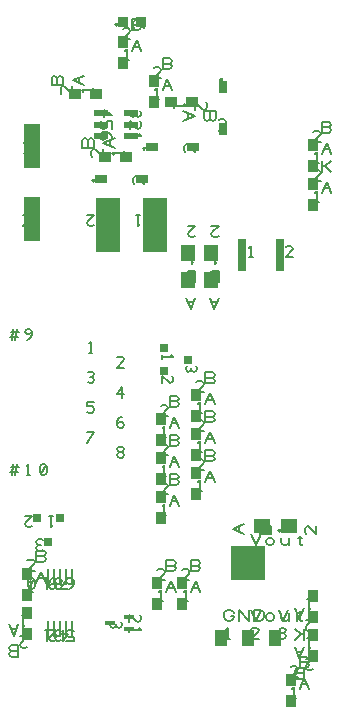
<source format=gbr>
G04 DesignSpark PCB PRO Gerber Version 10.0 Build 5299*
G04 #@! TF.Part,Single*
G04 #@! TF.FileFunction,Paste,Top*
G04 #@! TF.FilePolarity,Positive*
%FSLAX35Y35*%
%MOIN*%
G04 #@! TA.AperFunction,SMDPad,CuDef*
%ADD148R,0.01063X0.05394*%
%ADD159R,0.03386X0.01417*%
%ADD111R,0.02835X0.04213*%
%ADD155R,0.03118X0.10717*%
%ADD114R,0.03543X0.03898*%
%ADD156R,0.04252X0.05827*%
%ADD109R,0.04950X0.05450*%
%ADD152R,0.05669X0.15118*%
%ADD154R,0.07972X0.18012*%
%ADD157R,0.11693X0.11693*%
%ADD118R,0.03012X0.03012*%
%ADD119R,0.03366X0.03366*%
G04 #@! TD.AperFunction*
%ADD28C,0.00500*%
G04 #@! TA.AperFunction,SMDPad,CuDef*
%ADD149R,0.04685X0.02126*%
%ADD153R,0.04213X0.02835*%
%ADD112R,0.03898X0.03543*%
%ADD158R,0.05450X0.04950*%
G04 #@! TD.AperFunction*
X0Y0D02*
D02*
D28*
X32958Y113148D02*
X33583Y116898D01*
X34833D02*
X34208Y113148D01*
X35145Y114086D02*
X32333D01*
X32645Y115961D02*
X35458D01*
X37958Y113148D02*
X39208D01*
X38583D02*
Y116898D01*
X37958Y116273D01*
X42645Y113461D02*
X43270Y113148D01*
X43895D01*
X44520Y113461D01*
X44833Y114086D01*
Y115961D01*
X44520Y116586D01*
X43895Y116898D01*
X43270D01*
X42645Y116586D01*
X42333Y115961D01*
Y114086D01*
X42645Y113461D01*
X44520Y116586D01*
X32958Y158156D02*
X33583Y161906D01*
X34833D02*
X34208Y158156D01*
X35145Y159094D02*
X32333D01*
X32645Y160969D02*
X35458D01*
X38270Y158156D02*
X38895Y158469D01*
X39520Y159094D01*
X39833Y160031D01*
Y160969D01*
X39520Y161594D01*
X38895Y161906D01*
X38270D01*
X37645Y161594D01*
X37333Y160969D01*
X37645Y160344D01*
X38270Y160031D01*
X38895D01*
X39520Y160344D01*
X39833Y160969D01*
X33002Y54467D02*
X32376Y54780D01*
X32064Y55404D01*
X32376Y56030D01*
X33002Y56342D01*
X35189D01*
Y52592D01*
X33002D01*
X32376Y52904D01*
X32064Y53530D01*
X32376Y54154D01*
X33002Y54467D01*
X35189D01*
Y63342D02*
X33626Y59592D01*
X32064Y63342D01*
X34564Y61780D02*
X32689D01*
X39114Y196213D02*
X36614D01*
X38802Y198401D01*
X39114Y199026D01*
X38802Y199651D01*
X38177Y199963D01*
X37239D01*
X36614Y199651D01*
X37239Y220622D02*
X38489D01*
X37864D02*
Y224372D01*
X37239Y223748D01*
X35689Y59342D02*
X38189D01*
X36002Y57154D01*
X35689Y56530D01*
X36002Y55904D01*
X36626Y55592D01*
X37564D01*
X38189Y55904D01*
X37564Y66342D02*
X36314D01*
X36939D02*
Y62592D01*
X37564Y63217D01*
X38814Y74209D02*
X40064D01*
X39439D02*
Y77959D01*
X38814Y77334D01*
X40689Y81209D02*
X38189D01*
X40376Y83397D01*
X40689Y84022D01*
X40376Y84647D01*
X39752Y84959D01*
X38814D01*
X38189Y84647D01*
X37362Y99555D02*
X39862D01*
X37675Y97367D01*
X37362Y96742D01*
X37675Y96117D01*
X38300Y95805D01*
X39237D01*
X39862Y96117D01*
X41189Y77209D02*
X42752Y80959D01*
X44314Y77209D01*
X41814Y78772D02*
X43689D01*
X43376Y86084D02*
X44002Y85772D01*
X44314Y85147D01*
X44002Y84522D01*
X43376Y84209D01*
X41189D01*
Y87959D01*
X43376D01*
X44002Y87647D01*
X44314Y87022D01*
X44002Y86397D01*
X43376Y86084D01*
X41189D01*
X43290Y91368D02*
X42665Y91681D01*
X42040D01*
X41415Y91368D01*
X41102Y90743D01*
X41415Y90118D01*
X42040Y89806D01*
X42665D01*
X42040D02*
X41415Y89493D01*
X41102Y88868D01*
X41415Y88243D01*
X42040Y87931D01*
X42665D01*
X43290Y88243D01*
X45241Y61464D02*
X43991D01*
X44616D02*
Y57714D01*
X45241Y58339D01*
Y78787D02*
X43991D01*
X44616D02*
Y75037D01*
X45241Y75662D01*
X40554Y78474D02*
X39929Y78787D01*
X39304D01*
X38679Y78474D01*
X38366Y77849D01*
Y75974D01*
X38679Y75349D01*
X39304Y75037D01*
X39929D01*
X40554Y75349D01*
X40866Y75974D01*
Y77849D01*
X40554Y78474D01*
X38679Y75349D01*
X46717Y99555D02*
X45467D01*
X46093D02*
Y95805D01*
X46717Y96430D01*
X45335Y61464D02*
X47835D01*
X45647Y59276D01*
X45335Y58652D01*
X45647Y58026D01*
X46272Y57714D01*
X47209D01*
X47835Y58026D01*
X46897Y78787D02*
X46272Y78474D01*
X45647Y77849D01*
X45335Y76912D01*
Y75974D01*
X45647Y75349D01*
X46272Y75037D01*
X46897D01*
X47522Y75349D01*
X47835Y75974D01*
X47522Y76599D01*
X46897Y76912D01*
X46272D01*
X45647Y76599D01*
X45335Y75974D01*
X49491Y61152D02*
X48866Y61464D01*
X48241D01*
X47616Y61152D01*
X47303Y60526D01*
X47616Y59902D01*
X48241Y59589D01*
X48866D01*
X48241D02*
X47616Y59276D01*
X47303Y58652D01*
X47616Y58026D01*
X48241Y57714D01*
X48866D01*
X49491Y58026D01*
X48866Y76912D02*
X48241D01*
X47616Y76599D01*
X47303Y75974D01*
X47616Y75349D01*
X48241Y75037D01*
X48866D01*
X49491Y75349D01*
X49803Y75974D01*
X49491Y76599D01*
X48866Y76912D01*
X49491Y77224D01*
X49803Y77849D01*
X49491Y78474D01*
X48866Y78787D01*
X48241D01*
X47616Y78474D01*
X47303Y77849D01*
X47616Y77224D01*
X48241Y76912D01*
X48168Y245345D02*
X48480Y245970D01*
X49105Y246283D01*
X49730Y245970D01*
X50043Y245345D01*
Y243157D01*
X46293D01*
Y245345D01*
X46605Y245970D01*
X47230Y246283D01*
X47855Y245970D01*
X48168Y245345D01*
Y243157D01*
X50209Y61464D02*
Y57714D01*
X51772Y60214D01*
X49272D01*
X51772Y78787D02*
X49272Y75037D01*
X51772D01*
X53740Y61152D02*
X53115Y61464D01*
X52178D01*
X51553Y61152D01*
X51240Y60526D01*
Y60214D01*
X51553Y59589D01*
X52178Y59276D01*
X53740D01*
Y57714D01*
X51240D01*
X53740Y77849D02*
X53428Y77224D01*
X52803Y76912D01*
X52178D01*
X51553Y77224D01*
X51240Y77849D01*
X51553Y78474D01*
X52178Y78787D01*
X52803D01*
X53428Y78474D01*
X53740Y77849D01*
Y76912D01*
X53428Y75974D01*
X52803Y75349D01*
X52178Y75037D01*
X53043Y242657D02*
Y240157D01*
X50855Y242345D01*
X50230Y242657D01*
X49605Y242345D01*
X49293Y241720D01*
Y240783D01*
X49605Y240157D01*
X57043Y243157D02*
X53293Y244720D01*
X57043Y246283D01*
X55480Y243783D02*
Y245657D01*
X58065Y123884D02*
X60565Y127634D01*
X58065D01*
Y134197D02*
X58690Y133884D01*
X59628D01*
X60252Y134197D01*
X60565Y134822D01*
Y135134D01*
X60252Y135759D01*
X59628Y136072D01*
X58065D01*
Y137634D01*
X60565D01*
X58378Y144197D02*
X59002Y143884D01*
X59628D01*
X60252Y144197D01*
X60565Y144822D01*
X60252Y145447D01*
X59628Y145759D01*
X59002D01*
X59628D02*
X60252Y146072D01*
X60565Y146697D01*
X60252Y147322D01*
X59628Y147634D01*
X59002D01*
X58378Y147322D01*
X58690Y153884D02*
X59940D01*
X59315D02*
Y157634D01*
X58690Y157009D01*
X58031Y199948D02*
X60531D01*
X58344Y197761D01*
X58031Y197136D01*
X58344Y196511D01*
X58969Y196198D01*
X59906D01*
X60531Y196511D01*
X60043Y240783D02*
Y242033D01*
Y241407D02*
X56293D01*
X56918Y240783D01*
X58404Y224479D02*
X58717Y225104D01*
X59341Y225417D01*
X59967Y225104D01*
X60279Y224479D01*
Y222291D01*
X56529D01*
Y224479D01*
X56841Y225104D01*
X57467Y225417D01*
X58091Y225104D01*
X58404Y224479D01*
Y222291D01*
X63489Y227362D02*
X64114Y227050D01*
X64427Y226425D01*
Y225800D01*
X64114Y225175D01*
X63489Y224862D01*
X62864Y225175D01*
X62552Y225800D01*
Y226425D01*
X62864Y227050D01*
X63489Y227362D01*
X64427D01*
X65364Y227050D01*
X65989Y226425D01*
X66302Y225800D01*
X62864Y231102D02*
X62552Y230477D01*
Y229540D01*
X62864Y228915D01*
X63489Y228602D01*
X63802D01*
X64427Y228915D01*
X64739Y229540D01*
Y231102D01*
X66302D01*
Y228602D01*
X62552Y233280D02*
X66302D01*
X63802Y234843D01*
Y232343D01*
X63279Y221791D02*
Y219291D01*
X61091Y221479D01*
X60467Y221791D01*
X59841Y221479D01*
X59529Y220854D01*
Y219917D01*
X59841Y219291D01*
X63433Y210861D02*
Y212111D01*
Y211486D02*
X59683D01*
X60307Y210861D01*
X66211Y64254D02*
X65898Y63630D01*
Y63004D01*
X66211Y62380D01*
X66836Y62067D01*
X67461Y62380D01*
X67773Y63004D01*
Y63630D01*
Y63004D02*
X68086Y62380D01*
X68711Y62067D01*
X69336Y62380D01*
X69648Y63004D01*
Y63630D01*
X69336Y64254D01*
X69002Y120759D02*
X69628D01*
X70252Y121072D01*
X70565Y121697D01*
X70252Y122322D01*
X69628Y122634D01*
X69002D01*
X68378Y122322D01*
X68065Y121697D01*
X68378Y121072D01*
X69002Y120759D01*
X68378Y120447D01*
X68065Y119822D01*
X68378Y119197D01*
X69002Y118884D01*
X69628D01*
X70252Y119197D01*
X70565Y119822D01*
X70252Y120447D01*
X69628Y120759D01*
X68065Y129822D02*
X68378Y130447D01*
X69002Y130759D01*
X69628D01*
X70252Y130447D01*
X70565Y129822D01*
X70252Y129197D01*
X69628Y128884D01*
X69002D01*
X68378Y129197D01*
X68065Y129822D01*
Y130759D01*
X68378Y131697D01*
X69002Y132322D01*
X69628Y132634D01*
Y138884D02*
Y142634D01*
X68065Y140134D01*
X70565D01*
Y148884D02*
X68065D01*
X70252Y151072D01*
X70565Y151697D01*
X70252Y152322D01*
X69628Y152634D01*
X68690D01*
X68065Y152322D01*
X67279Y222291D02*
X63529Y223854D01*
X67279Y225417D01*
X65717Y222917D02*
Y224791D01*
X70704Y251374D02*
X71954D01*
X71329D02*
Y255124D01*
X70704Y254500D01*
X72579Y258374D02*
X70079D01*
X72266Y260562D01*
X72579Y261187D01*
X72266Y261812D01*
X71641Y262124D01*
X70704D01*
X70079Y261812D01*
X70279Y219917D02*
Y221167D01*
Y220541D02*
X66529D01*
X67154Y219917D01*
X72197Y61973D02*
Y60723D01*
Y61348D02*
X75947D01*
X75322Y61973D01*
X72197Y64035D02*
Y66535D01*
X74385Y64348D01*
X75010Y64035D01*
X75635Y64348D01*
X75947Y64973D01*
Y65910D01*
X75635Y66535D01*
X72394Y226737D02*
Y225487D01*
Y226112D02*
X76144D01*
X75519Y226737D01*
X72394Y228602D02*
Y231102D01*
X74582Y228915D01*
X75207Y228602D01*
X75832Y228915D01*
X76144Y229540D01*
Y230477D01*
X75832Y231102D01*
X72707Y234530D02*
X72394Y233905D01*
Y233280D01*
X72707Y232655D01*
X73332Y232343D01*
X73957Y232655D01*
X74269Y233280D01*
Y233905D01*
Y233280D02*
X74582Y232655D01*
X75207Y232343D01*
X75832Y232655D01*
X76144Y233280D01*
Y233905D01*
X75832Y234530D01*
X71208Y262928D02*
Y264178D01*
Y263553D02*
X67458D01*
X68083Y262928D01*
X73079Y254374D02*
X74641Y258124D01*
X76204Y254374D01*
X73704Y255937D02*
X75579D01*
X75266Y263250D02*
X75891Y262937D01*
X76204Y262312D01*
X75891Y261687D01*
X75266Y261374D01*
X73079D01*
Y265124D01*
X75266D01*
X75891Y264812D01*
X76204Y264187D01*
X75891Y263562D01*
X75266Y263250D01*
X73079D01*
X75654Y199948D02*
X74404D01*
X75030D02*
Y196198D01*
X75654Y196823D01*
X77114Y264803D02*
Y262303D01*
X74926Y264491D01*
X74301Y264803D01*
X73676Y264491D01*
X73364Y263866D01*
Y262928D01*
X73676Y262303D01*
X77212Y212736D02*
Y210236D01*
X75024Y212424D01*
X74400Y212736D01*
X73774Y212424D01*
X73462Y211799D01*
Y210861D01*
X73774Y210236D01*
X80940Y238382D02*
X82190D01*
X81565D02*
Y242132D01*
X80940Y241507D01*
X82815Y245382D02*
X80315D01*
X82502Y247570D01*
X82815Y248195D01*
X82502Y248820D01*
X81878Y249132D01*
X80940D01*
X80315Y248820D01*
X80362Y221491D02*
Y222741D01*
Y222116D02*
X76612D01*
X77237Y221491D01*
X82121Y71059D02*
X83371D01*
X82746D02*
Y74809D01*
X82121Y74185D01*
X83996Y78059D02*
X81496D01*
X83683Y80247D01*
X83996Y80872D01*
X83683Y81497D01*
X83059Y81809D01*
X82121D01*
X81496Y81497D01*
X83122Y143661D02*
Y146161D01*
X85310Y143974D01*
X85935Y143661D01*
X86560Y143974D01*
X86872Y144599D01*
Y145536D01*
X86560Y146161D01*
X83122Y153017D02*
Y151767D01*
Y152392D02*
X86872D01*
X86248Y153017D01*
X83302Y99800D02*
X84552D01*
X83927D02*
Y103550D01*
X83302Y102925D01*
X85177Y106800D02*
X82677D01*
X84865Y108987D01*
X85177Y109612D01*
X84865Y110237D01*
X84240Y110550D01*
X83302D01*
X82677Y110237D01*
X83302Y112792D02*
X84552D01*
X83927D02*
Y116542D01*
X83302Y115917D01*
X85177Y119792D02*
X82677D01*
X84865Y121980D01*
X85177Y122604D01*
X84865Y123230D01*
X84240Y123542D01*
X83302D01*
X82677Y123230D01*
X83302Y125784D02*
X84552D01*
X83927D02*
Y129534D01*
X83302Y128909D01*
X85177Y132784D02*
X82677D01*
X84865Y134972D01*
X85177Y135596D01*
X84865Y136222D01*
X84240Y136534D01*
X83302D01*
X82677Y136222D01*
X83315Y241382D02*
X84878Y245132D01*
X86440Y241382D01*
X83940Y242945D02*
X85815D01*
X85502Y250257D02*
X86128Y249945D01*
X86440Y249320D01*
X86128Y248695D01*
X85502Y248382D01*
X83315D01*
Y252132D01*
X85502D01*
X86128Y251820D01*
X86440Y251195D01*
X86128Y250570D01*
X85502Y250257D01*
X83315D01*
X84496Y74059D02*
X86059Y77809D01*
X87621Y74059D01*
X85121Y75622D02*
X86996D01*
X86683Y82935D02*
X87309Y82622D01*
X87621Y81997D01*
X87309Y81372D01*
X86683Y81059D01*
X84496D01*
Y84809D01*
X86683D01*
X87309Y84497D01*
X87621Y83872D01*
X87309Y83247D01*
X86683Y82935D01*
X84496D01*
X85677Y102800D02*
X87240Y106550D01*
X88802Y102800D01*
X86302Y104362D02*
X88177D01*
X87865Y111675D02*
X88490Y111362D01*
X88802Y110737D01*
X88490Y110112D01*
X87865Y109800D01*
X85677D01*
Y113550D01*
X87865D01*
X88490Y113237D01*
X88802Y112612D01*
X88490Y111987D01*
X87865Y111675D01*
X85677D01*
Y115792D02*
X87240Y119542D01*
X88802Y115792D01*
X86302Y117354D02*
X88177D01*
X87865Y124667D02*
X88490Y124354D01*
X88802Y123730D01*
X88490Y123104D01*
X87865Y122792D01*
X85677D01*
Y126542D01*
X87865D01*
X88490Y126230D01*
X88802Y125604D01*
X88490Y124980D01*
X87865Y124667D01*
X85677D01*
Y128784D02*
X87240Y132534D01*
X88802Y128784D01*
X86302Y130346D02*
X88177D01*
X87865Y137659D02*
X88490Y137346D01*
X88802Y136722D01*
X88490Y136096D01*
X87865Y135784D01*
X85677D01*
Y139534D01*
X87865D01*
X88490Y139222D01*
X88802Y138596D01*
X88490Y137972D01*
X87865Y137659D01*
X85677D01*
X87201Y236776D02*
Y235526D01*
Y236152D02*
X90951D01*
X90326Y236776D01*
X90201Y234402D02*
X93951Y232839D01*
X90201Y231276D01*
X91764Y233776D02*
Y231902D01*
X90389Y71059D02*
X91639D01*
X91014D02*
Y74809D01*
X90389Y74185D01*
X92264Y78059D02*
X89764D01*
X91951Y80247D01*
X92264Y80872D01*
X91951Y81497D01*
X91326Y81809D01*
X90389D01*
X89764Y81497D01*
X91309Y149589D02*
X90996Y148964D01*
Y148339D01*
X91309Y147714D01*
X91934Y147402D01*
X92559Y147714D01*
X92872Y148339D01*
Y148964D01*
Y148339D02*
X93184Y147714D01*
X93809Y147402D01*
X94434Y147714D01*
X94746Y148339D01*
Y148964D01*
X94434Y149589D01*
X92764Y74059D02*
X94326Y77809D01*
X95889Y74059D01*
X93389Y75622D02*
X95264D01*
X94951Y82935D02*
X95576Y82622D01*
X95889Y81997D01*
X95576Y81372D01*
X94951Y81059D01*
X92764D01*
Y84809D01*
X94951D01*
X95576Y84497D01*
X95889Y83872D01*
X95576Y83247D01*
X94951Y82935D01*
X92764D01*
X94201Y234902D02*
Y237402D01*
X96389Y235214D01*
X97014Y234902D01*
X97639Y235214D01*
X97951Y235839D01*
Y236776D01*
X97639Y237402D01*
X94232Y172240D02*
X92670Y168490D01*
X91107Y172240D01*
X93607Y170677D02*
X91732D01*
X92045Y179365D02*
X91420Y179677D01*
X91107Y180302D01*
X91420Y180927D01*
X92045Y181240D01*
X94232D01*
Y177490D01*
X92045D01*
X91420Y177802D01*
X91107Y178427D01*
X91420Y179052D01*
X92045Y179365D01*
X94232D01*
X93607Y187240D02*
X92357D01*
X92982D02*
Y183490D01*
X93607Y184115D01*
X91732Y196240D02*
X94232D01*
X92045Y194052D01*
X91732Y193427D01*
X92045Y192802D01*
X92670Y192490D01*
X93607D01*
X94232Y192802D01*
X95113Y107674D02*
X96363D01*
X95738D02*
Y111424D01*
X95113Y110799D01*
X96988Y114674D02*
X94488D01*
X96676Y116861D01*
X96988Y117486D01*
X96676Y118111D01*
X96051Y118424D01*
X95113D01*
X94488Y118111D01*
X95113Y120666D02*
X96363D01*
X95738D02*
Y124416D01*
X95113Y123791D01*
X96988Y127666D02*
X94488D01*
X96676Y129854D01*
X96988Y130478D01*
X96676Y131104D01*
X96051Y131416D01*
X95113D01*
X94488Y131104D01*
X95113Y133658D02*
X96363D01*
X95738D02*
Y137408D01*
X95113Y136783D01*
X96988Y140658D02*
X94488D01*
X96676Y142846D01*
X96988Y143470D01*
X96676Y144096D01*
X96051Y144408D01*
X95113D01*
X94488Y144096D01*
X94141Y223366D02*
Y220866D01*
X91954Y223054D01*
X91329Y223366D01*
X90704Y223054D01*
X90391Y222429D01*
Y221491D01*
X90704Y220866D01*
X99076Y232214D02*
X98764Y231589D01*
X98139Y231276D01*
X97514Y231589D01*
X97201Y232214D01*
Y234402D01*
X100951D01*
Y232214D01*
X100639Y231589D01*
X100014Y231276D01*
X99389Y231589D01*
X99076Y232214D01*
Y234402D01*
X97488Y110674D02*
X99051Y114424D01*
X100613Y110674D01*
X98113Y112236D02*
X99988D01*
X99676Y119549D02*
X100301Y119236D01*
X100613Y118611D01*
X100301Y117986D01*
X99676Y117674D01*
X97488D01*
Y121424D01*
X99676D01*
X100301Y121111D01*
X100613Y120486D01*
X100301Y119861D01*
X99676Y119549D01*
X97488D01*
Y123666D02*
X99051Y127416D01*
X100613Y123666D01*
X98113Y125228D02*
X99988D01*
X99676Y132541D02*
X100301Y132228D01*
X100613Y131604D01*
X100301Y130978D01*
X99676Y130666D01*
X97488D01*
Y134416D01*
X99676D01*
X100301Y134104D01*
X100613Y133478D01*
X100301Y132854D01*
X99676Y132541D01*
X97488D01*
Y136658D02*
X99051Y140408D01*
X100613Y136658D01*
X98113Y138220D02*
X99988D01*
X99676Y145533D02*
X100301Y145220D01*
X100613Y144596D01*
X100301Y143970D01*
X99676Y143658D01*
X97488D01*
Y147408D01*
X99676D01*
X100301Y147096D01*
X100613Y146470D01*
X100301Y145846D01*
X99676Y145533D01*
X97488D01*
X104469Y227906D02*
X101969D01*
X104156Y230094D01*
X104469Y230719D01*
X104156Y231344D01*
X103531Y231656D01*
X102594D01*
X101969Y231344D01*
X102594Y241685D02*
X103844D01*
X103219D02*
Y245435D01*
X102594Y244811D01*
X102106Y172240D02*
X100544Y168490D01*
X98981Y172240D01*
X101481Y170677D02*
X99606D01*
X99919Y179365D02*
X99294Y179677D01*
X98981Y180302D01*
X99294Y180927D01*
X99919Y181240D01*
X102106D01*
Y177490D01*
X99919D01*
X99294Y177802D01*
X98981Y178427D01*
X99294Y179052D01*
X99919Y179365D01*
X102106D01*
X101481Y187240D02*
X100231D01*
X100856D02*
Y183490D01*
X101481Y184115D01*
X99606Y196240D02*
X102106D01*
X99919Y194052D01*
X99606Y193427D01*
X99919Y192802D01*
X100544Y192490D01*
X101481D01*
X102106Y192802D01*
X104498Y58521D02*
X105748D01*
X105122D02*
Y62271D01*
X104498Y61646D01*
X106060Y66083D02*
X106998D01*
Y65771D01*
X106685Y65146D01*
X106372Y64833D01*
X105748Y64521D01*
X105122D01*
X104498Y64833D01*
X104185Y65146D01*
X103872Y65771D01*
Y67021D01*
X104185Y67646D01*
X104498Y67959D01*
X105122Y68271D01*
X105748D01*
X106372Y67959D01*
X106685Y67646D01*
X106998Y67021D01*
X108872Y64521D02*
Y68271D01*
X111998Y64521D01*
Y68271D01*
X113872Y64521D02*
Y68271D01*
X115748D01*
X116372Y67959D01*
X116685Y67646D01*
X116998Y67021D01*
Y65771D01*
X116685Y65146D01*
X116372Y64833D01*
X115748Y64521D01*
X113872D01*
X110429Y93563D02*
X106679Y95126D01*
X110429Y96688D01*
X108866Y94188D02*
Y96063D01*
X112062Y185819D02*
X113312D01*
X112687D02*
Y189569D01*
X112062Y188944D01*
X115428Y58521D02*
X112928D01*
X115115Y60709D01*
X115428Y61333D01*
X115115Y61959D01*
X114490Y62271D01*
X113553D01*
X112928Y61959D01*
Y68271D02*
X114490Y64521D01*
X116053Y68271D01*
X117928Y65459D02*
X118240Y64833D01*
X118865Y64521D01*
X119490D01*
X120115Y64833D01*
X120428Y65459D01*
Y66083D01*
X120115Y66709D01*
X119490Y67021D01*
X118865D01*
X118240Y66709D01*
X117928Y66083D01*
Y65459D01*
X122928Y67021D02*
Y65459D01*
X123240Y64833D01*
X123865Y64521D01*
X124490D01*
X125115Y64833D01*
X125428Y65459D01*
Y67021D02*
Y64521D01*
X128448Y67021D02*
X129907D01*
X129178Y67646D02*
Y64833D01*
X129490Y64521D01*
X129803D01*
X130115Y64833D01*
X114490Y83718D02*
Y87468D01*
X112928Y84968D01*
X115428D01*
X112928Y93468D02*
X114490Y89718D01*
X116053Y93468D01*
X117928Y90656D02*
X118240Y90030D01*
X118865Y89718D01*
X119490D01*
X120115Y90030D01*
X120428Y90656D01*
Y91280D01*
X120115Y91906D01*
X119490Y92218D01*
X118865D01*
X118240Y91906D01*
X117928Y91280D01*
Y90656D01*
X122928Y92218D02*
Y90656D01*
X123240Y90030D01*
X123865Y89718D01*
X124490D01*
X125115Y90030D01*
X125428Y90656D01*
Y92218D02*
Y89718D01*
X128448Y92218D02*
X129907D01*
X129178Y92843D02*
Y90030D01*
X129490Y89718D01*
X129803D01*
X130115Y90030D01*
X117554Y95750D02*
X117866Y96376D01*
X118491Y96688D01*
X119116Y96376D01*
X119429Y95750D01*
Y93563D01*
X115679D01*
Y95750D01*
X115991Y96376D01*
X116616Y96688D01*
X117241Y96376D01*
X117554Y95750D01*
Y93563D01*
X122295Y58833D02*
X122920Y58521D01*
X123545D01*
X124170Y58833D01*
X124483Y59459D01*
X124170Y60083D01*
X123545Y60396D01*
X122920D01*
X123545D02*
X124170Y60709D01*
X124483Y61333D01*
X124170Y61959D01*
X123545Y62271D01*
X122920D01*
X122295Y61959D01*
X121983Y68271D02*
X123545Y64521D01*
X125108Y68271D01*
X128233Y64521D02*
Y67021D01*
Y67959D02*
X131983Y64521D02*
Y67021D01*
Y66083D02*
X132295Y66709D01*
X132920Y67021D01*
X133545D01*
X134170Y66709D01*
X134483Y66083D01*
Y64521D01*
X126811Y185819D02*
X124311D01*
X126498Y188007D01*
X126811Y188632D01*
X126498Y189257D01*
X125874Y189569D01*
X124936D01*
X124311Y189257D01*
X126609Y38776D02*
X127859D01*
X127234D02*
Y42526D01*
X126609Y41901D01*
X128484Y45776D02*
X125984D01*
X128172Y47964D01*
X128484Y48589D01*
X128172Y49214D01*
X127547Y49526D01*
X126609D01*
X125984Y49214D01*
X125429Y94188D02*
Y95438D01*
Y94813D02*
X121679D01*
X122304Y94188D01*
X128984Y41776D02*
X130547Y45526D01*
X132109Y41776D01*
X129609Y43339D02*
X131484D01*
X131172Y50651D02*
X131797Y50339D01*
X132109Y49714D01*
X131797Y49089D01*
X131172Y48776D01*
X128984D01*
Y52526D01*
X131172D01*
X131797Y52214D01*
X132109Y51589D01*
X131797Y50964D01*
X131172Y50651D01*
X128984D01*
X128277Y46987D02*
X127652Y47299D01*
X127339Y47924D01*
X127652Y48549D01*
X128277Y48862D01*
X130465D01*
Y45112D01*
X128277D01*
X127652Y45424D01*
X127339Y46049D01*
X127652Y46674D01*
X128277Y46987D01*
X130465D01*
Y55862D02*
X128902Y52112D01*
X127339Y55862D01*
X129839Y54299D02*
X127965D01*
X130465Y61854D02*
Y58104D01*
Y59979D02*
X129527D01*
X127339Y58104D01*
X129527Y59979D02*
X127339Y61854D01*
X130465Y68854D02*
X128902Y65104D01*
X127339Y68854D01*
X129839Y67291D02*
X127965D01*
X130965Y51862D02*
X133465D01*
X131277Y49674D01*
X130965Y49049D01*
X131277Y48424D01*
X131902Y48112D01*
X132839D01*
X133465Y48424D01*
X132839Y58862D02*
X131589D01*
X132215D02*
Y55112D01*
X132839Y55737D01*
X130965Y64854D02*
X133465D01*
X131277Y62666D01*
X130965Y62041D01*
X131277Y61416D01*
X131902Y61104D01*
X132839D01*
X133465Y61416D01*
X132839Y71854D02*
X131589D01*
X132215D02*
Y68104D01*
X132839Y68729D01*
X134090Y204130D02*
X135340D01*
X134715D02*
Y207880D01*
X134090Y207256D01*
X135965Y211130D02*
X133465D01*
X135652Y213318D01*
X135965Y213943D01*
X135652Y214568D01*
X135027Y214880D01*
X134090D01*
X133465Y214568D01*
X134090Y217122D02*
X135340D01*
X134715D02*
Y220872D01*
X134090Y220248D01*
X135965Y224122D02*
X133465D01*
X135652Y226310D01*
X135965Y226935D01*
X135652Y227560D01*
X135027Y227872D01*
X134090D01*
X133465Y227560D01*
X134429Y96063D02*
Y93563D01*
X132241Y95750D01*
X131616Y96063D01*
X130991Y95750D01*
X130679Y95126D01*
Y94188D01*
X130991Y93563D01*
X136465Y207130D02*
X138027Y210880D01*
X139590Y207130D01*
X137090Y208693D02*
X138965D01*
X136465Y214130D02*
Y217880D01*
Y216006D02*
X137402D01*
X139590Y217880D01*
X137402Y216006D02*
X139590Y214130D01*
X136465Y220122D02*
X138027Y223872D01*
X139590Y220122D01*
X137090Y221685D02*
X138965D01*
X138652Y228998D02*
X139277Y228685D01*
X139590Y228060D01*
X139277Y227435D01*
X138652Y227122D01*
X136465D01*
Y230872D01*
X138652D01*
X139277Y230560D01*
X139590Y229935D01*
X139277Y229310D01*
X138652Y228998D01*
X136465D01*
D02*
D109*
X91732Y178177D03*
Y187177D03*
X99606Y178177D03*
Y187177D03*
D02*
D111*
X103543Y228543D03*
Y242323D03*
D02*
D112*
X53980Y240157D03*
X60980D03*
X64217Y219291D03*
X71217D03*
X86264Y237402D03*
X93264D03*
D02*
D114*
X38189Y60280D03*
Y67280D03*
Y73272D03*
Y80272D03*
X70079Y250437D03*
Y257437D03*
X80315Y237445D03*
Y244445D03*
X81496Y70122D03*
Y77122D03*
X82677Y98862D03*
Y105862D03*
Y111854D03*
Y118854D03*
Y124846D03*
Y131846D03*
X89764Y70122D03*
Y77122D03*
X94488Y106736D03*
Y113736D03*
Y119728D03*
Y126728D03*
Y132720D03*
Y139720D03*
X125984Y37839D03*
Y44839D03*
X133465Y52799D03*
Y59799D03*
Y65791D03*
Y72791D03*
Y203193D03*
Y210193D03*
Y216185D03*
Y223185D03*
D02*
D118*
X41535Y98819D03*
X45276Y90945D03*
X49016Y98819D03*
X83858Y147835D03*
Y155315D03*
X91732Y151575D03*
D02*
D119*
X70276Y264173D03*
X76181D03*
D02*
D148*
X45276Y61811D03*
Y79134D03*
X47244Y61811D03*
Y79134D03*
X49213Y61811D03*
Y79134D03*
X51181Y61811D03*
Y79134D03*
X53150Y61811D03*
Y79134D03*
D02*
D149*
X62795Y226181D03*
Y229921D03*
Y233661D03*
X72638Y226181D03*
Y229921D03*
Y233661D03*
D02*
D152*
X39764Y198425D03*
Y222835D03*
D02*
D153*
X62795Y211811D03*
X76575D03*
X79724Y222441D03*
X93504D03*
D02*
D154*
X64961Y196457D03*
X80709D03*
D02*
D155*
X109705Y186614D03*
X122579D03*
D02*
D156*
X102772Y58683D03*
X111828D03*
X120883D03*
D02*
D157*
X111828Y83880D03*
D02*
D158*
X116366Y96063D03*
X125366D03*
D02*
D159*
X65748Y63780D03*
X72047Y61811D03*
Y65748D03*
X0Y0D02*
M02*

</source>
